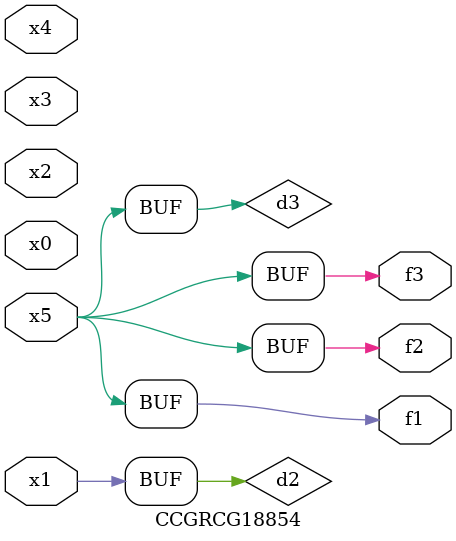
<source format=v>
module CCGRCG18854(
	input x0, x1, x2, x3, x4, x5,
	output f1, f2, f3
);

	wire d1, d2, d3;

	not (d1, x5);
	or (d2, x1);
	xnor (d3, d1);
	assign f1 = d3;
	assign f2 = d3;
	assign f3 = d3;
endmodule

</source>
